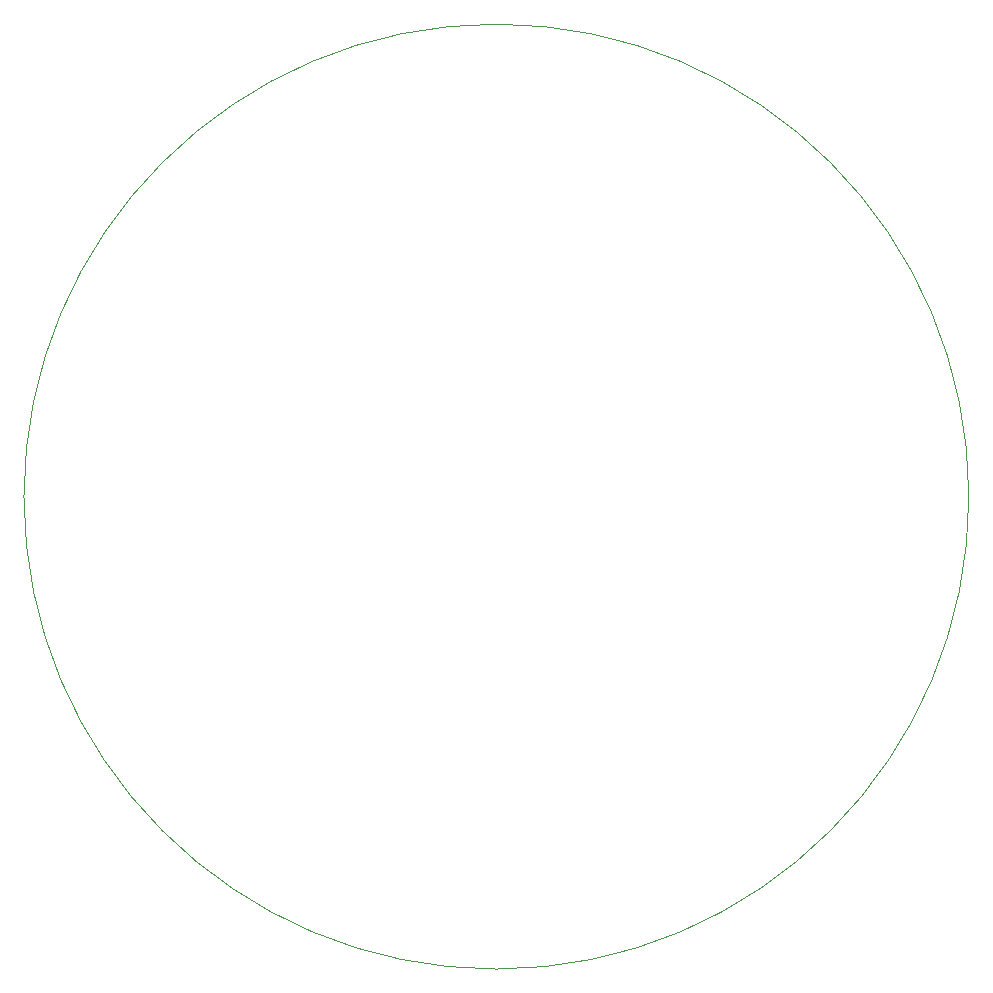
<source format=gbr>
G04 #@! TF.GenerationSoftware,KiCad,Pcbnew,5.1.5*
G04 #@! TF.CreationDate,2020-05-31T22:52:18+02:00*
G04 #@! TF.ProjectId,Levitator,4c657669-7461-4746-9f72-2e6b69636164,rev?*
G04 #@! TF.SameCoordinates,Original*
G04 #@! TF.FileFunction,Profile,NP*
%FSLAX46Y46*%
G04 Gerber Fmt 4.6, Leading zero omitted, Abs format (unit mm)*
G04 Created by KiCad (PCBNEW 5.1.5) date 2020-05-31 22:52:18*
%MOMM*%
%LPD*%
G04 APERTURE LIST*
%ADD10C,0.050000*%
G04 APERTURE END LIST*
D10*
X198850000Y-99200000D02*
G75*
G03X198850000Y-99200000I-40000000J0D01*
G01*
M02*

</source>
